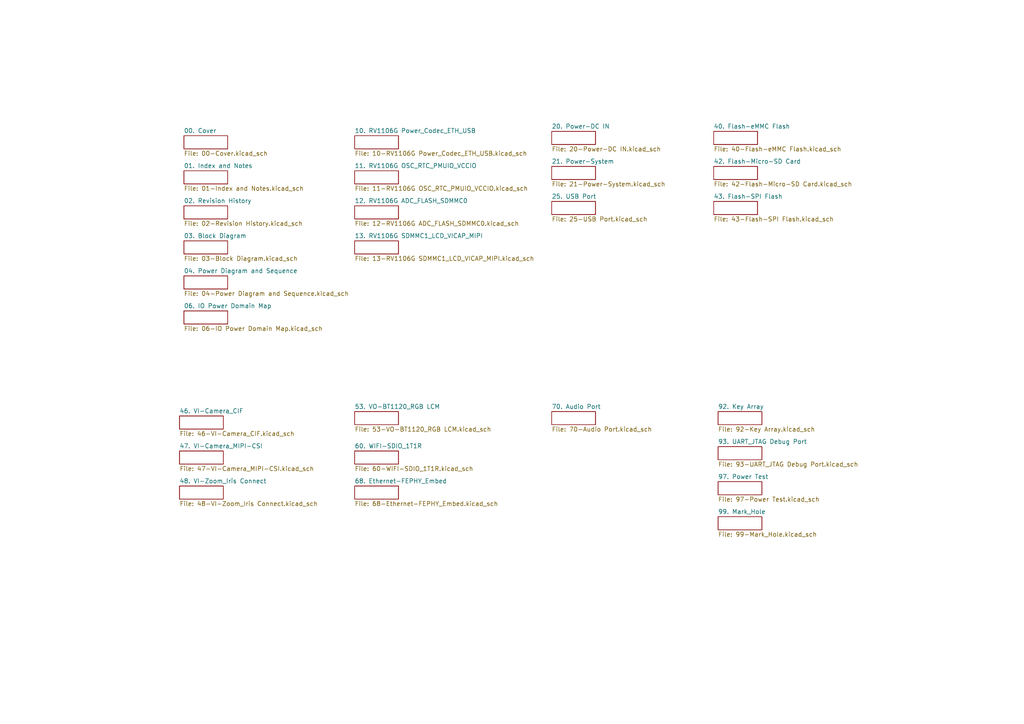
<source format=kicad_sch>
(kicad_sch
	(version 20250114)
	(generator "eeschema")
	(generator_version "9.0")
	(uuid "8147fb48-b8ce-41b6-8257-e0df3b563821")
	(paper "A4")
	(lib_symbols)
	(sheet
		(at 102.87 119.38)
		(size 12.7 3.81)
		(exclude_from_sim no)
		(in_bom yes)
		(on_board yes)
		(dnp no)
		(fields_autoplaced yes)
		(stroke
			(width 0)
			(type solid)
		)
		(fill
			(color 0 0 0 0.0000)
		)
		(uuid "0b36e1af-4e5e-4642-a266-6d42937de9f1")
		(property "Sheetname" "53. VO-BT1120_RGB LCM"
			(at 102.87 118.6684 0)
			(effects
				(font
					(size 1.27 1.27)
				)
				(justify left bottom)
			)
		)
		(property "Sheetfile" "53-VO-BT1120_RGB LCM.kicad_sch"
			(at 102.87 123.7746 0)
			(effects
				(font
					(size 1.27 1.27)
				)
				(justify left top)
			)
		)
		(instances
			(project "RV1106G_EVB1_V11_20220401LX"
				(path "/8147fb48-b8ce-41b6-8257-e0df3b563821"
					(page "20")
				)
			)
		)
	)
	(sheet
		(at 53.34 59.69)
		(size 12.7 3.81)
		(exclude_from_sim no)
		(in_bom yes)
		(on_board yes)
		(dnp no)
		(fields_autoplaced yes)
		(stroke
			(width 0)
			(type solid)
		)
		(fill
			(color 0 0 0 0.0000)
		)
		(uuid "0f366280-6c3c-4e9e-b300-8f33669e6757")
		(property "Sheetname" "02. Revision History"
			(at 53.34 58.9784 0)
			(effects
				(font
					(size 1.27 1.27)
				)
				(justify left bottom)
			)
		)
		(property "Sheetfile" "02-Revision History.kicad_sch"
			(at 53.34 64.0846 0)
			(effects
				(font
					(size 1.27 1.27)
				)
				(justify left top)
			)
		)
		(instances
			(project "RV1106G_EVB1_V11_20220401LX"
				(path "/8147fb48-b8ce-41b6-8257-e0df3b563821"
					(page "3")
				)
			)
		)
	)
	(sheet
		(at 52.07 140.97)
		(size 12.7 3.81)
		(exclude_from_sim no)
		(in_bom yes)
		(on_board yes)
		(dnp no)
		(fields_autoplaced yes)
		(stroke
			(width 0)
			(type solid)
		)
		(fill
			(color 0 0 0 0.0000)
		)
		(uuid "0fec3465-10f7-41aa-a153-5cd8a73afb06")
		(property "Sheetname" "48. VI-Zoom_Iris Connect"
			(at 52.07 140.2584 0)
			(effects
				(font
					(size 1.27 1.27)
				)
				(justify left bottom)
			)
		)
		(property "Sheetfile" "48-VI-Zoom_Iris Connect.kicad_sch"
			(at 52.07 145.3646 0)
			(effects
				(font
					(size 1.27 1.27)
				)
				(justify left top)
			)
		)
		(instances
			(project "RV1106G_EVB1_V11_20220401LX"
				(path "/8147fb48-b8ce-41b6-8257-e0df3b563821"
					(page "19")
				)
			)
		)
	)
	(sheet
		(at 53.34 39.37)
		(size 12.7 3.81)
		(exclude_from_sim no)
		(in_bom yes)
		(on_board yes)
		(dnp no)
		(fields_autoplaced yes)
		(stroke
			(width 0)
			(type solid)
		)
		(fill
			(color 0 0 0 0.0000)
		)
		(uuid "38e5ff4e-f3db-4813-a727-7fff7a30c3bd")
		(property "Sheetname" "00. Cover"
			(at 53.34 38.6584 0)
			(effects
				(font
					(size 1.27 1.27)
				)
				(justify left bottom)
			)
		)
		(property "Sheetfile" "00-Cover.kicad_sch"
			(at 53.34 43.7646 0)
			(effects
				(font
					(size 1.27 1.27)
				)
				(justify left top)
			)
		)
		(instances
			(project "RV1106G_EVB1_V11_20220401LX"
				(path "/8147fb48-b8ce-41b6-8257-e0df3b563821"
					(page "1")
				)
			)
		)
	)
	(sheet
		(at 160.02 48.26)
		(size 12.7 3.81)
		(exclude_from_sim no)
		(in_bom yes)
		(on_board yes)
		(dnp no)
		(fields_autoplaced yes)
		(stroke
			(width 0)
			(type solid)
		)
		(fill
			(color 0 0 0 0.0000)
		)
		(uuid "3c28095a-1042-47c4-b01b-ccaaf89fc0d0")
		(property "Sheetname" "21. Power-System"
			(at 160.02 47.5484 0)
			(effects
				(font
					(size 1.27 1.27)
				)
				(justify left bottom)
			)
		)
		(property "Sheetfile" "21-Power-System.kicad_sch"
			(at 160.02 52.6546 0)
			(effects
				(font
					(size 1.27 1.27)
				)
				(justify left top)
			)
		)
		(instances
			(project "RV1106G_EVB1_V11_20220401LX"
				(path "/8147fb48-b8ce-41b6-8257-e0df3b563821"
					(page "12")
				)
			)
		)
	)
	(sheet
		(at 160.02 58.42)
		(size 12.7 3.81)
		(exclude_from_sim no)
		(in_bom yes)
		(on_board yes)
		(dnp no)
		(fields_autoplaced yes)
		(stroke
			(width 0)
			(type solid)
		)
		(fill
			(color 0 0 0 0.0000)
		)
		(uuid "4025d291-2fb9-4633-8fd0-7cd75dbc08ad")
		(property "Sheetname" "25. USB Port"
			(at 160.02 57.7084 0)
			(effects
				(font
					(size 1.27 1.27)
				)
				(justify left bottom)
			)
		)
		(property "Sheetfile" "25-USB Port.kicad_sch"
			(at 160.02 62.8146 0)
			(effects
				(font
					(size 1.27 1.27)
				)
				(justify left top)
			)
		)
		(instances
			(project "RV1106G_EVB1_V11_20220401LX"
				(path "/8147fb48-b8ce-41b6-8257-e0df3b563821"
					(page "13")
				)
			)
		)
	)
	(sheet
		(at 208.28 139.7)
		(size 12.7 3.81)
		(exclude_from_sim no)
		(in_bom yes)
		(on_board yes)
		(dnp no)
		(fields_autoplaced yes)
		(stroke
			(width 0)
			(type solid)
		)
		(fill
			(color 0 0 0 0.0000)
		)
		(uuid "51bff7f0-34c1-425e-a0a6-4afc1decf913")
		(property "Sheetname" "97. Power Test"
			(at 208.28 138.9884 0)
			(effects
				(font
					(size 1.27 1.27)
				)
				(justify left bottom)
			)
		)
		(property "Sheetfile" "97-Power Test.kicad_sch"
			(at 208.28 144.0946 0)
			(effects
				(font
					(size 1.27 1.27)
				)
				(justify left top)
			)
		)
		(instances
			(project "RV1106G_EVB1_V11_20220401LX"
				(path "/8147fb48-b8ce-41b6-8257-e0df3b563821"
					(page "26")
				)
			)
		)
	)
	(sheet
		(at 207.01 38.1)
		(size 12.7 3.81)
		(exclude_from_sim no)
		(in_bom yes)
		(on_board yes)
		(dnp no)
		(fields_autoplaced yes)
		(stroke
			(width 0)
			(type solid)
		)
		(fill
			(color 0 0 0 0.0000)
		)
		(uuid "61050368-2d48-45d6-94d5-685b946e422e")
		(property "Sheetname" "40. Flash-eMMC Flash"
			(at 207.01 37.3884 0)
			(effects
				(font
					(size 1.27 1.27)
				)
				(justify left bottom)
			)
		)
		(property "Sheetfile" "40-Flash-eMMC Flash.kicad_sch"
			(at 207.01 42.4946 0)
			(effects
				(font
					(size 1.27 1.27)
				)
				(justify left top)
			)
		)
		(instances
			(project "RV1106G_EVB1_V11_20220401LX"
				(path "/8147fb48-b8ce-41b6-8257-e0df3b563821"
					(page "14")
				)
			)
		)
	)
	(sheet
		(at 53.34 80.01)
		(size 12.7 3.81)
		(exclude_from_sim no)
		(in_bom yes)
		(on_board yes)
		(dnp no)
		(fields_autoplaced yes)
		(stroke
			(width 0)
			(type solid)
		)
		(fill
			(color 0 0 0 0.0000)
		)
		(uuid "6350b8ff-77f6-4c90-9969-12ebd19676de")
		(property "Sheetname" "04. Power Diagram and Sequence"
			(at 53.34 79.2984 0)
			(effects
				(font
					(size 1.27 1.27)
				)
				(justify left bottom)
			)
		)
		(property "Sheetfile" "04-Power Diagram and Sequence.kicad_sch"
			(at 53.34 84.4046 0)
			(effects
				(font
					(size 1.27 1.27)
				)
				(justify left top)
			)
		)
		(instances
			(project "RV1106G_EVB1_V11_20220401LX"
				(path "/8147fb48-b8ce-41b6-8257-e0df3b563821"
					(page "5")
				)
			)
		)
	)
	(sheet
		(at 207.01 48.26)
		(size 12.7 3.81)
		(exclude_from_sim no)
		(in_bom yes)
		(on_board yes)
		(dnp no)
		(fields_autoplaced yes)
		(stroke
			(width 0)
			(type solid)
		)
		(fill
			(color 0 0 0 0.0000)
		)
		(uuid "69a88965-e3c0-4e04-98c3-5d75fcd9dd1e")
		(property "Sheetname" "42. Flash-Micro-SD Card"
			(at 207.01 47.5484 0)
			(effects
				(font
					(size 1.27 1.27)
				)
				(justify left bottom)
			)
		)
		(property "Sheetfile" "42-Flash-Micro-SD Card.kicad_sch"
			(at 207.01 52.6546 0)
			(effects
				(font
					(size 1.27 1.27)
				)
				(justify left top)
			)
		)
		(instances
			(project "RV1106G_EVB1_V11_20220401LX"
				(path "/8147fb48-b8ce-41b6-8257-e0df3b563821"
					(page "15")
				)
			)
		)
	)
	(sheet
		(at 160.02 38.1)
		(size 12.7 3.81)
		(exclude_from_sim no)
		(in_bom yes)
		(on_board yes)
		(dnp no)
		(fields_autoplaced yes)
		(stroke
			(width 0)
			(type solid)
		)
		(fill
			(color 0 0 0 0.0000)
		)
		(uuid "7af6e86b-e226-4336-b2cd-6fcb386f4617")
		(property "Sheetname" "20. Power-DC IN"
			(at 160.02 37.3884 0)
			(effects
				(font
					(size 1.27 1.27)
				)
				(justify left bottom)
			)
		)
		(property "Sheetfile" "20-Power-DC IN.kicad_sch"
			(at 160.02 42.4946 0)
			(effects
				(font
					(size 1.27 1.27)
				)
				(justify left top)
			)
		)
		(instances
			(project "RV1106G_EVB1_V11_20220401LX"
				(path "/8147fb48-b8ce-41b6-8257-e0df3b563821"
					(page "11")
				)
			)
		)
	)
	(sheet
		(at 53.34 90.17)
		(size 12.7 3.81)
		(exclude_from_sim no)
		(in_bom yes)
		(on_board yes)
		(dnp no)
		(fields_autoplaced yes)
		(stroke
			(width 0)
			(type solid)
		)
		(fill
			(color 0 0 0 0.0000)
		)
		(uuid "7e2e07f5-50ca-4d05-b222-106723c4c97b")
		(property "Sheetname" "06. IO Power Domain Map"
			(at 53.34 89.4584 0)
			(effects
				(font
					(size 1.27 1.27)
				)
				(justify left bottom)
			)
		)
		(property "Sheetfile" "06-IO Power Domain Map.kicad_sch"
			(at 53.34 94.5646 0)
			(effects
				(font
					(size 1.27 1.27)
				)
				(justify left top)
			)
		)
		(instances
			(project "RV1106G_EVB1_V11_20220401LX"
				(path "/8147fb48-b8ce-41b6-8257-e0df3b563821"
					(page "6")
				)
			)
		)
	)
	(sheet
		(at 53.34 49.53)
		(size 12.7 3.81)
		(exclude_from_sim no)
		(in_bom yes)
		(on_board yes)
		(dnp no)
		(fields_autoplaced yes)
		(stroke
			(width 0)
			(type solid)
		)
		(fill
			(color 0 0 0 0.0000)
		)
		(uuid "8324baa3-82af-41d1-b1a2-cdc0c986a9ae")
		(property "Sheetname" "01. Index and Notes"
			(at 53.34 48.8184 0)
			(effects
				(font
					(size 1.27 1.27)
				)
				(justify left bottom)
			)
		)
		(property "Sheetfile" "01-Index and Notes.kicad_sch"
			(at 53.34 53.9246 0)
			(effects
				(font
					(size 1.27 1.27)
				)
				(justify left top)
			)
		)
		(instances
			(project "RV1106G_EVB1_V11_20220401LX"
				(path "/8147fb48-b8ce-41b6-8257-e0df3b563821"
					(page "2")
				)
			)
		)
	)
	(sheet
		(at 102.87 130.81)
		(size 12.7 3.81)
		(exclude_from_sim no)
		(in_bom yes)
		(on_board yes)
		(dnp no)
		(fields_autoplaced yes)
		(stroke
			(width 0)
			(type solid)
		)
		(fill
			(color 0 0 0 0.0000)
		)
		(uuid "886532dd-a269-4ace-a1b6-5b384026ab7a")
		(property "Sheetname" "60. WIFI-SDIO_1T1R"
			(at 102.87 130.0984 0)
			(effects
				(font
					(size 1.27 1.27)
				)
				(justify left bottom)
			)
		)
		(property "Sheetfile" "60-WIFI-SDIO_1T1R.kicad_sch"
			(at 102.87 135.2046 0)
			(effects
				(font
					(size 1.27 1.27)
				)
				(justify left top)
			)
		)
		(instances
			(project "RV1106G_EVB1_V11_20220401LX"
				(path "/8147fb48-b8ce-41b6-8257-e0df3b563821"
					(page "21")
				)
			)
		)
	)
	(sheet
		(at 208.28 129.54)
		(size 12.7 3.81)
		(exclude_from_sim no)
		(in_bom yes)
		(on_board yes)
		(dnp no)
		(fields_autoplaced yes)
		(stroke
			(width 0)
			(type solid)
		)
		(fill
			(color 0 0 0 0.0000)
		)
		(uuid "9d544b53-3cf2-4ab0-984c-d593526defae")
		(property "Sheetname" "93. UART_JTAG Debug Port"
			(at 208.28 128.8284 0)
			(effects
				(font
					(size 1.27 1.27)
				)
				(justify left bottom)
			)
		)
		(property "Sheetfile" "93-UART_JTAG Debug Port.kicad_sch"
			(at 208.28 133.9346 0)
			(effects
				(font
					(size 1.27 1.27)
				)
				(justify left top)
			)
		)
		(instances
			(project "RV1106G_EVB1_V11_20220401LX"
				(path "/8147fb48-b8ce-41b6-8257-e0df3b563821"
					(page "25")
				)
			)
		)
	)
	(sheet
		(at 53.34 69.85)
		(size 12.7 3.81)
		(exclude_from_sim no)
		(in_bom yes)
		(on_board yes)
		(dnp no)
		(fields_autoplaced yes)
		(stroke
			(width 0)
			(type solid)
		)
		(fill
			(color 0 0 0 0.0000)
		)
		(uuid "9ee266ab-9f6b-4559-9cdf-02ef8419fcac")
		(property "Sheetname" "03. Block Diagram"
			(at 53.34 69.1384 0)
			(effects
				(font
					(size 1.27 1.27)
				)
				(justify left bottom)
			)
		)
		(property "Sheetfile" "03-Block Diagram.kicad_sch"
			(at 53.34 74.2446 0)
			(effects
				(font
					(size 1.27 1.27)
				)
				(justify left top)
			)
		)
		(instances
			(project "RV1106G_EVB1_V11_20220401LX"
				(path "/8147fb48-b8ce-41b6-8257-e0df3b563821"
					(page "4")
				)
			)
		)
	)
	(sheet
		(at 102.87 140.97)
		(size 12.7 3.81)
		(exclude_from_sim no)
		(in_bom yes)
		(on_board yes)
		(dnp no)
		(fields_autoplaced yes)
		(stroke
			(width 0)
			(type solid)
		)
		(fill
			(color 0 0 0 0.0000)
		)
		(uuid "9f5f5455-a574-45f6-87ed-70ce490ece83")
		(property "Sheetname" "68. Ethernet-FEPHY_Embed"
			(at 102.87 140.2584 0)
			(effects
				(font
					(size 1.27 1.27)
				)
				(justify left bottom)
			)
		)
		(property "Sheetfile" "68-Ethernet-FEPHY_Embed.kicad_sch"
			(at 102.87 145.3646 0)
			(effects
				(font
					(size 1.27 1.27)
				)
				(justify left top)
			)
		)
		(instances
			(project "RV1106G_EVB1_V11_20220401LX"
				(path "/8147fb48-b8ce-41b6-8257-e0df3b563821"
					(page "22")
				)
			)
		)
	)
	(sheet
		(at 208.28 149.86)
		(size 12.7 3.81)
		(exclude_from_sim no)
		(in_bom yes)
		(on_board yes)
		(dnp no)
		(fields_autoplaced yes)
		(stroke
			(width 0)
			(type solid)
		)
		(fill
			(color 0 0 0 0.0000)
		)
		(uuid "a816ca81-3844-4684-94a0-6f7985cde7a3")
		(property "Sheetname" "99. Mark_Hole"
			(at 208.28 149.1484 0)
			(effects
				(font
					(size 1.27 1.27)
				)
				(justify left bottom)
			)
		)
		(property "Sheetfile" "99-Mark_Hole.kicad_sch"
			(at 208.28 154.2546 0)
			(effects
				(font
					(size 1.27 1.27)
				)
				(justify left top)
			)
		)
		(instances
			(project "RV1106G_EVB1_V11_20220401LX"
				(path "/8147fb48-b8ce-41b6-8257-e0df3b563821"
					(page "27")
				)
			)
		)
	)
	(sheet
		(at 52.07 130.81)
		(size 12.7 3.81)
		(exclude_from_sim no)
		(in_bom yes)
		(on_board yes)
		(dnp no)
		(fields_autoplaced yes)
		(stroke
			(width 0)
			(type solid)
		)
		(fill
			(color 0 0 0 0.0000)
		)
		(uuid "ae4c5bd8-5da6-4663-a2b9-657ce496e3e7")
		(property "Sheetname" "47. VI-Camera_MIPI-CSI"
			(at 52.07 130.0984 0)
			(effects
				(font
					(size 1.27 1.27)
				)
				(justify left bottom)
			)
		)
		(property "Sheetfile" "47-VI-Camera_MIPI-CSI.kicad_sch"
			(at 52.07 135.2046 0)
			(effects
				(font
					(size 1.27 1.27)
				)
				(justify left top)
			)
		)
		(instances
			(project "RV1106G_EVB1_V11_20220401LX"
				(path "/8147fb48-b8ce-41b6-8257-e0df3b563821"
					(page "18")
				)
			)
		)
	)
	(sheet
		(at 102.87 69.85)
		(size 12.7 3.81)
		(exclude_from_sim no)
		(in_bom yes)
		(on_board yes)
		(dnp no)
		(fields_autoplaced yes)
		(stroke
			(width 0)
			(type solid)
		)
		(fill
			(color 0 0 0 0.0000)
		)
		(uuid "ae8beeb1-134d-4495-80fc-0c6094025e66")
		(property "Sheetname" "13. RV1106G SDMMC1_LCD_VICAP_MIPI"
			(at 102.87 69.1384 0)
			(effects
				(font
					(size 1.27 1.27)
				)
				(justify left bottom)
			)
		)
		(property "Sheetfile" "13-RV1106G SDMMC1_LCD_VICAP_MIPI.kicad_sch"
			(at 102.87 74.2446 0)
			(effects
				(font
					(size 1.27 1.27)
				)
				(justify left top)
			)
		)
		(instances
			(project "RV1106G_EVB1_V11_20220401LX"
				(path "/8147fb48-b8ce-41b6-8257-e0df3b563821"
					(page "10")
				)
			)
		)
	)
	(sheet
		(at 102.87 49.53)
		(size 12.7 3.81)
		(exclude_from_sim no)
		(in_bom yes)
		(on_board yes)
		(dnp no)
		(fields_autoplaced yes)
		(stroke
			(width 0)
			(type solid)
		)
		(fill
			(color 0 0 0 0.0000)
		)
		(uuid "b1ec655f-2122-40e4-b019-bd9e6c26ed59")
		(property "Sheetname" "11. RV1106G OSC_RTC_PMUIO_VCCIO"
			(at 102.87 48.8184 0)
			(effects
				(font
					(size 1.27 1.27)
				)
				(justify left bottom)
			)
		)
		(property "Sheetfile" "11-RV1106G OSC_RTC_PMUIO_VCCIO.kicad_sch"
			(at 102.87 53.9246 0)
			(effects
				(font
					(size 1.27 1.27)
				)
				(justify left top)
			)
		)
		(instances
			(project "RV1106G_EVB1_V11_20220401LX"
				(path "/8147fb48-b8ce-41b6-8257-e0df3b563821"
					(page "8")
				)
			)
		)
	)
	(sheet
		(at 52.07 120.65)
		(size 12.7 3.81)
		(exclude_from_sim no)
		(in_bom yes)
		(on_board yes)
		(dnp no)
		(fields_autoplaced yes)
		(stroke
			(width 0)
			(type solid)
		)
		(fill
			(color 0 0 0 0.0000)
		)
		(uuid "b51ba25d-f29b-490a-ae81-a3376e0d6572")
		(property "Sheetname" "46. VI-Camera_CIF"
			(at 52.07 119.9384 0)
			(effects
				(font
					(size 1.27 1.27)
				)
				(justify left bottom)
			)
		)
		(property "Sheetfile" "46-VI-Camera_CIF.kicad_sch"
			(at 52.07 125.0446 0)
			(effects
				(font
					(size 1.27 1.27)
				)
				(justify left top)
			)
		)
		(instances
			(project "RV1106G_EVB1_V11_20220401LX"
				(path "/8147fb48-b8ce-41b6-8257-e0df3b563821"
					(page "17")
				)
			)
		)
	)
	(sheet
		(at 160.02 119.38)
		(size 12.7 3.81)
		(exclude_from_sim no)
		(in_bom yes)
		(on_board yes)
		(dnp no)
		(fields_autoplaced yes)
		(stroke
			(width 0)
			(type solid)
		)
		(fill
			(color 0 0 0 0.0000)
		)
		(uuid "bbf48a48-b923-4a53-80db-a157fee56081")
		(property "Sheetname" "70. Audio Port"
			(at 160.02 118.6684 0)
			(effects
				(font
					(size 1.27 1.27)
				)
				(justify left bottom)
			)
		)
		(property "Sheetfile" "70-Audio Port.kicad_sch"
			(at 160.02 123.7746 0)
			(effects
				(font
					(size 1.27 1.27)
				)
				(justify left top)
			)
		)
		(instances
			(project "RV1106G_EVB1_V11_20220401LX"
				(path "/8147fb48-b8ce-41b6-8257-e0df3b563821"
					(page "23")
				)
			)
		)
	)
	(sheet
		(at 207.01 58.42)
		(size 12.7 3.81)
		(exclude_from_sim no)
		(in_bom yes)
		(on_board yes)
		(dnp no)
		(fields_autoplaced yes)
		(stroke
			(width 0)
			(type solid)
		)
		(fill
			(color 0 0 0 0.0000)
		)
		(uuid "c0f44566-ed5b-427d-9746-9c56f95cb038")
		(property "Sheetname" "43. Flash-SPI Flash"
			(at 207.01 57.7084 0)
			(effects
				(font
					(size 1.27 1.27)
				)
				(justify left bottom)
			)
		)
		(property "Sheetfile" "43-Flash-SPI Flash.kicad_sch"
			(at 207.01 62.8146 0)
			(effects
				(font
					(size 1.27 1.27)
				)
				(justify left top)
			)
		)
		(instances
			(project "RV1106G_EVB1_V11_20220401LX"
				(path "/8147fb48-b8ce-41b6-8257-e0df3b563821"
					(page "16")
				)
			)
		)
	)
	(sheet
		(at 102.87 39.37)
		(size 12.7 3.81)
		(exclude_from_sim no)
		(in_bom yes)
		(on_board yes)
		(dnp no)
		(fields_autoplaced yes)
		(stroke
			(width 0)
			(type solid)
		)
		(fill
			(color 0 0 0 0.0000)
		)
		(uuid "c1ff1cd0-3e93-42f1-9b21-ee0e73aacf3b")
		(property "Sheetname" "10. RV1106G Power_Codec_ETH_USB"
			(at 102.87 38.6584 0)
			(effects
				(font
					(size 1.27 1.27)
				)
				(justify left bottom)
			)
		)
		(property "Sheetfile" "10-RV1106G Power_Codec_ETH_USB.kicad_sch"
			(at 102.87 43.7646 0)
			(effects
				(font
					(size 1.27 1.27)
				)
				(justify left top)
			)
		)
		(instances
			(project "RV1106G_EVB1_V11_20220401LX"
				(path "/8147fb48-b8ce-41b6-8257-e0df3b563821"
					(page "7")
				)
			)
		)
	)
	(sheet
		(at 102.87 59.69)
		(size 12.7 3.81)
		(exclude_from_sim no)
		(in_bom yes)
		(on_board yes)
		(dnp no)
		(fields_autoplaced yes)
		(stroke
			(width 0)
			(type solid)
		)
		(fill
			(color 0 0 0 0.0000)
		)
		(uuid "e43ef204-e60a-4027-9387-0737280de5df")
		(property "Sheetname" "12. RV1106G ADC_FLASH_SDMMC0"
			(at 102.87 58.9784 0)
			(effects
				(font
					(size 1.27 1.27)
				)
				(justify left bottom)
			)
		)
		(property "Sheetfile" "12-RV1106G ADC_FLASH_SDMMC0.kicad_sch"
			(at 102.87 64.0846 0)
			(effects
				(font
					(size 1.27 1.27)
				)
				(justify left top)
			)
		)
		(instances
			(project "RV1106G_EVB1_V11_20220401LX"
				(path "/8147fb48-b8ce-41b6-8257-e0df3b563821"
					(page "9")
				)
			)
		)
	)
	(sheet
		(at 208.28 119.38)
		(size 12.7 3.81)
		(exclude_from_sim no)
		(in_bom yes)
		(on_board yes)
		(dnp no)
		(fields_autoplaced yes)
		(stroke
			(width 0)
			(type solid)
		)
		(fill
			(color 0 0 0 0.0000)
		)
		(uuid "f7c15d45-eb06-4e23-84c5-d51f231e9a51")
		(property "Sheetname" "92. Key Array"
			(at 208.28 118.6684 0)
			(effects
				(font
					(size 1.27 1.27)
				)
				(justify left bottom)
			)
		)
		(property "Sheetfile" "92-Key Array.kicad_sch"
			(at 208.28 123.7746 0)
			(effects
				(font
					(size 1.27 1.27)
				)
				(justify left top)
			)
		)
		(instances
			(project "RV1106G_EVB1_V11_20220401LX"
				(path "/8147fb48-b8ce-41b6-8257-e0df3b563821"
					(page "24")
				)
			)
		)
	)
	(sheet_instances
		(path "/"
			(page "#")
		)
	)
	(embedded_fonts no)
)

</source>
